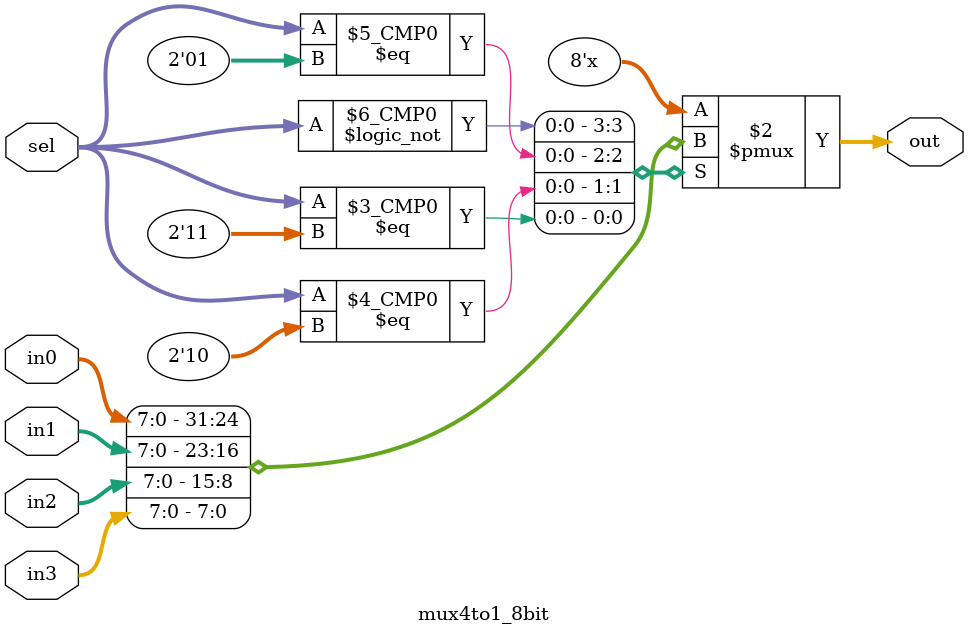
<source format=v>
module mux4to1_8bit (
    input  [7:0] in0,
    input  [7:0] in1,
    input  [7:0] in2,
    input  [7:0] in3,
    input  [1:0] sel,
    output reg [7:0] out
);
always @(*) begin
    case (sel)
        2'b00: out = in0;
        2'b01: out = in1;
        2'b10: out = in2;
        2'b11: out = in3;
        default: out = 8'b00000000;
    endcase
end
endmodule

</source>
